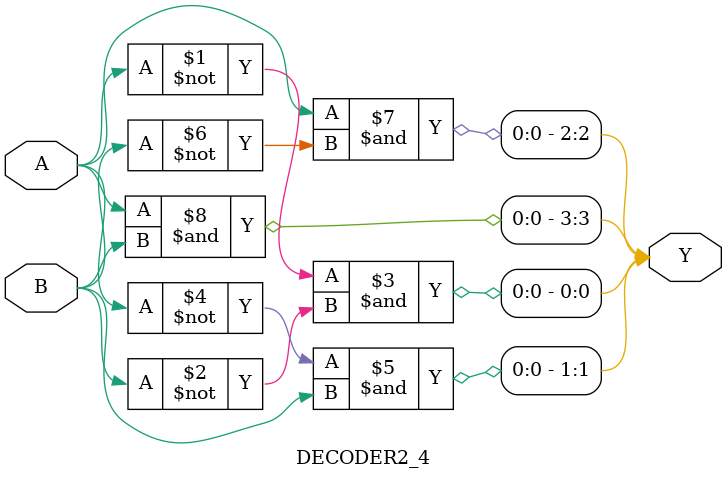
<source format=v>
module DECODER2_4 (
    A, B, Y
);
    input A, B;
    output [3:0] Y;

    assign Y[0] = ~A & ~B;
    assign Y[1] = ~A & B;
    assign Y[2] = A & ~B;
    assign Y[3] = A & B;

endmodule
</source>
